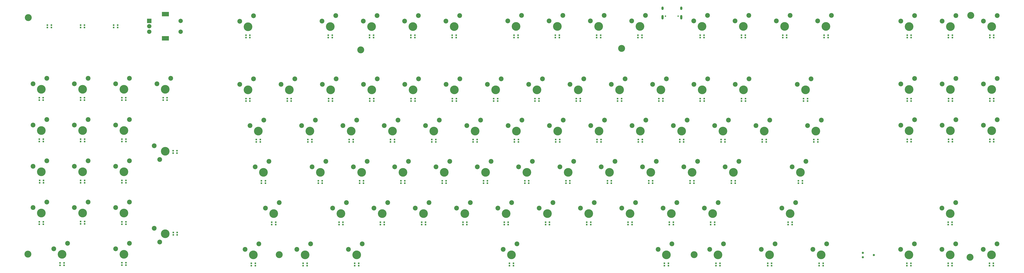
<source format=gbr>
%TF.GenerationSoftware,KiCad,Pcbnew,8.0.1-8.0.1-1~ubuntu22.04.1*%
%TF.CreationDate,2024-03-21T20:32:24+01:00*%
%TF.ProjectId,keyboard_pcb,6b657962-6f61-4726-945f-7063622e6b69,rev?*%
%TF.SameCoordinates,Original*%
%TF.FileFunction,Soldermask,Top*%
%TF.FilePolarity,Negative*%
%FSLAX46Y46*%
G04 Gerber Fmt 4.6, Leading zero omitted, Abs format (unit mm)*
G04 Created by KiCad (PCBNEW 8.0.1-8.0.1-1~ubuntu22.04.1) date 2024-03-21 20:32:24*
%MOMM*%
%LPD*%
G01*
G04 APERTURE LIST*
%ADD10C,3.200000*%
%ADD11C,4.000000*%
%ADD12C,2.200000*%
%ADD13R,0.700000X0.700000*%
%ADD14R,2.000000X2.000000*%
%ADD15C,2.000000*%
%ADD16R,3.200000X2.000000*%
%ADD17C,0.990600*%
%ADD18C,0.650000*%
%ADD19O,1.000000X1.600000*%
%ADD20O,1.000000X2.100000*%
G04 APERTURE END LIST*
D10*
%TO.C,H5*%
X510100000Y-198850000D03*
%TD*%
D11*
%TO.C,pad4*%
X81785000Y-159430000D03*
D12*
X84325000Y-154350000D03*
X77975000Y-156890000D03*
%TD*%
D13*
%TO.C,D97*%
X380945000Y-163580000D03*
X380945000Y-164680000D03*
X382775000Y-164680000D03*
X382775000Y-163580000D03*
%TD*%
%TO.C,D101*%
X202495000Y-201680000D03*
X202495000Y-202780000D03*
X204325000Y-202780000D03*
X204325000Y-201680000D03*
%TD*%
%TO.C,D78*%
X376195000Y-144530000D03*
X376195000Y-145630000D03*
X378025000Y-145630000D03*
X378025000Y-144530000D03*
%TD*%
%TO.C,D26*%
X323695000Y-163580000D03*
X323695000Y-164680000D03*
X325525000Y-164680000D03*
X325525000Y-163580000D03*
%TD*%
D11*
%TO.C,B1*%
X296160000Y-178730000D03*
D12*
X298700000Y-173650000D03*
X292350000Y-176190000D03*
%TD*%
D10*
%TO.C,H4*%
X191450000Y-197700000D03*
%TD*%
D11*
%TO.C,tab1*%
X181810000Y-140630000D03*
D12*
X184350000Y-135550000D03*
X178000000Y-138090000D03*
%TD*%
D13*
%TO.C,D87*%
X395245000Y-144530000D03*
X395245000Y-145630000D03*
X397075000Y-145630000D03*
X397075000Y-144530000D03*
%TD*%
%TO.C,D68*%
X118955000Y-201430000D03*
X118955000Y-202530000D03*
X120785000Y-202530000D03*
X120785000Y-201430000D03*
%TD*%
D11*
%TO.C,numK7*%
X310360000Y-121580000D03*
D12*
X312900000Y-116500000D03*
X306550000Y-119040000D03*
%TD*%
D11*
%TO.C,T1*%
X281810000Y-140630000D03*
D12*
X284350000Y-135550000D03*
X278000000Y-138090000D03*
%TD*%
D11*
%TO.C,space1*%
X298610000Y-197780000D03*
D12*
X301150000Y-192700000D03*
X294800000Y-195240000D03*
%TD*%
D13*
%TO.C,D104*%
X369145000Y-201680000D03*
X369145000Y-202780000D03*
X370975000Y-202780000D03*
X370975000Y-201680000D03*
%TD*%
%TO.C,D32*%
X80855000Y-182480000D03*
X80855000Y-183580000D03*
X82685000Y-183580000D03*
X82685000Y-182480000D03*
%TD*%
D11*
%TO.C,F8*%
X357870000Y-92260000D03*
D12*
X360410000Y-87180000D03*
X354060000Y-89720000D03*
%TD*%
D13*
%TO.C,D106*%
X416745000Y-201680000D03*
X416745000Y-202780000D03*
X418575000Y-202780000D03*
X418575000Y-201680000D03*
%TD*%
%TO.C,D3*%
X433295000Y-125580000D03*
X433295000Y-126680000D03*
X435125000Y-126680000D03*
X435125000Y-125580000D03*
%TD*%
D11*
%TO.C,F3*%
X253110000Y-92380000D03*
D12*
X255650000Y-87300000D03*
X249300000Y-89840000D03*
%TD*%
D13*
%TO.C,D7*%
X438045000Y-144530000D03*
X438045000Y-145630000D03*
X439875000Y-145630000D03*
X439875000Y-144530000D03*
%TD*%
D11*
%TO.C,plus1*%
X405610000Y-121580000D03*
D12*
X408150000Y-116500000D03*
X401800000Y-119040000D03*
%TD*%
D13*
%TO.C,D79*%
X430945000Y-163580000D03*
X430945000Y-164680000D03*
X432775000Y-164680000D03*
X432775000Y-163580000D03*
%TD*%
D11*
%TO.C,super_right1*%
X393860000Y-197780000D03*
D12*
X396400000Y-192700000D03*
X390050000Y-195240000D03*
%TD*%
D11*
%TO.C,pad9*%
X119885000Y-140380000D03*
D12*
X122425000Y-135300000D03*
X116075000Y-137840000D03*
%TD*%
D11*
%TO.C,keyN1*%
X315210000Y-178730000D03*
D12*
X317750000Y-173650000D03*
X311400000Y-176190000D03*
%TD*%
D13*
%TO.C,D93*%
X233245000Y-125580000D03*
X233245000Y-126680000D03*
X235075000Y-126680000D03*
X235075000Y-125580000D03*
%TD*%
%TO.C,D48*%
X328495000Y-125580000D03*
X328495000Y-126680000D03*
X330325000Y-126680000D03*
X330325000Y-125580000D03*
%TD*%
D11*
%TO.C,page_up1*%
X520095000Y-121380000D03*
D12*
X522635000Y-116300000D03*
X516285000Y-118840000D03*
%TD*%
D11*
%TO.C,keyP1*%
X377110000Y-140630000D03*
D12*
X379650000Y-135550000D03*
X373300000Y-138090000D03*
%TD*%
D13*
%TO.C,D56*%
X500095000Y-96330000D03*
X500095000Y-97430000D03*
X501925000Y-97430000D03*
X501925000Y-96330000D03*
%TD*%
%TO.C,D5*%
X118955000Y-163380000D03*
X118955000Y-164480000D03*
X120785000Y-164480000D03*
X120785000Y-163380000D03*
%TD*%
D11*
%TO.C,numK3*%
X234160000Y-121580000D03*
D12*
X236700000Y-116500000D03*
X230350000Y-119040000D03*
%TD*%
D11*
%TO.C,numK10_zero1*%
X367510000Y-121580000D03*
D12*
X370050000Y-116500000D03*
X363700000Y-119040000D03*
%TD*%
D11*
%TO.C,backspace1*%
X434185000Y-121580000D03*
D12*
X436725000Y-116500000D03*
X430375000Y-119040000D03*
%TD*%
D11*
%TO.C,home1*%
X501045000Y-121380000D03*
D12*
X503585000Y-116300000D03*
X497235000Y-118840000D03*
%TD*%
D11*
%TO.C,pad_minus1*%
X138935000Y-121330000D03*
D12*
X141475000Y-116250000D03*
X135125000Y-118790000D03*
%TD*%
D11*
%TO.C,shift1*%
X188960000Y-178730000D03*
D12*
X191500000Y-173650000D03*
X185150000Y-176190000D03*
%TD*%
D11*
%TO.C,numK5*%
X272260000Y-121580000D03*
D12*
X274800000Y-116500000D03*
X268450000Y-119040000D03*
%TD*%
D13*
%TO.C,D92*%
X481095000Y-125580000D03*
X481095000Y-126680000D03*
X482925000Y-126680000D03*
X482925000Y-125580000D03*
%TD*%
%TO.C,D27*%
X257145000Y-182680000D03*
X257145000Y-183780000D03*
X258975000Y-183780000D03*
X258975000Y-182680000D03*
%TD*%
%TO.C,D28*%
X176145000Y-96330000D03*
X176145000Y-97430000D03*
X177975000Y-97430000D03*
X177975000Y-96330000D03*
%TD*%
D11*
%TO.C,W1*%
X224660000Y-140630000D03*
D12*
X227200000Y-135550000D03*
X220850000Y-138090000D03*
%TD*%
D13*
%TO.C,D95*%
X204695000Y-144530000D03*
X204695000Y-145630000D03*
X206525000Y-145630000D03*
X206525000Y-144530000D03*
%TD*%
D11*
%TO.C,keyD1*%
X248510000Y-159680000D03*
D12*
X251050000Y-154600000D03*
X244700000Y-157140000D03*
%TD*%
D13*
%TO.C,D75*%
X271345000Y-125580000D03*
X271345000Y-126680000D03*
X273175000Y-126680000D03*
X273175000Y-125580000D03*
%TD*%
%TO.C,D96*%
X414245000Y-144530000D03*
X414245000Y-145630000D03*
X416075000Y-145630000D03*
X416075000Y-144530000D03*
%TD*%
D11*
%TO.C,L1*%
X362810000Y-159680000D03*
D12*
X365350000Y-154600000D03*
X359000000Y-157140000D03*
%TD*%
D13*
%TO.C,D44*%
X285695000Y-163580000D03*
X285695000Y-164680000D03*
X287525000Y-164680000D03*
X287525000Y-163580000D03*
%TD*%
D11*
%TO.C,insert1*%
X481995000Y-121380000D03*
D12*
X484535000Y-116300000D03*
X478185000Y-118840000D03*
%TD*%
D11*
%TO.C,F11*%
X424610000Y-92230000D03*
D12*
X427150000Y-87150000D03*
X420800000Y-89690000D03*
%TD*%
D11*
%TO.C,F9*%
X386510000Y-92230000D03*
D12*
X389050000Y-87150000D03*
X382700000Y-89690000D03*
%TD*%
D13*
%TO.C,D86*%
X180895000Y-144530000D03*
X180895000Y-145630000D03*
X182725000Y-145630000D03*
X182725000Y-144530000D03*
%TD*%
%TO.C,D81*%
X371395000Y-182680000D03*
X371395000Y-183780000D03*
X373225000Y-183780000D03*
X373225000Y-182680000D03*
%TD*%
%TO.C,D50*%
X118955000Y-182480000D03*
X118955000Y-183580000D03*
X120785000Y-183580000D03*
X120785000Y-182480000D03*
%TD*%
%TO.C,D84*%
X252295000Y-125580000D03*
X252295000Y-126680000D03*
X254125000Y-126680000D03*
X254125000Y-125580000D03*
%TD*%
D11*
%TO.C,keyX1*%
X239010000Y-178730000D03*
D12*
X241550000Y-173650000D03*
X235200000Y-176190000D03*
%TD*%
D13*
%TO.C,D6*%
X223745000Y-144530000D03*
X223745000Y-145630000D03*
X225575000Y-145630000D03*
X225575000Y-144530000D03*
%TD*%
D11*
%TO.C,control_left1*%
X179560000Y-197780000D03*
D12*
X182100000Y-192700000D03*
X175750000Y-195240000D03*
%TD*%
D13*
%TO.C,D11*%
X385595000Y-96330000D03*
X385595000Y-97430000D03*
X387425000Y-97430000D03*
X387425000Y-96330000D03*
%TD*%
D11*
%TO.C,alt_left1*%
X227210000Y-197780000D03*
D12*
X229750000Y-192700000D03*
X223400000Y-195240000D03*
%TD*%
D13*
%TO.C,D45*%
X295245000Y-182680000D03*
X295245000Y-183780000D03*
X297075000Y-183780000D03*
X297075000Y-182680000D03*
%TD*%
%TO.C,D76*%
X99905000Y-144330000D03*
X99905000Y-145430000D03*
X101735000Y-145430000D03*
X101735000Y-144330000D03*
%TD*%
D11*
%TO.C,pad8*%
X100835000Y-140380000D03*
D12*
X103375000Y-135300000D03*
X97025000Y-137840000D03*
%TD*%
D11*
%TO.C,super_left1*%
X203410000Y-197780000D03*
D12*
X205950000Y-192700000D03*
X199600000Y-195240000D03*
%TD*%
D13*
%TO.C,D67*%
X80855000Y-144330000D03*
X80855000Y-145430000D03*
X82685000Y-145430000D03*
X82685000Y-144330000D03*
%TD*%
D11*
%TO.C,keyJ2*%
X324710000Y-159680000D03*
D12*
X327250000Y-154600000D03*
X320900000Y-157140000D03*
%TD*%
D11*
%TO.C,F7*%
X338820000Y-92260000D03*
D12*
X341360000Y-87180000D03*
X335010000Y-89720000D03*
%TD*%
D13*
%TO.C,D13*%
X347545000Y-125580000D03*
X347545000Y-126680000D03*
X349375000Y-126680000D03*
X349375000Y-125580000D03*
%TD*%
%TO.C,D89*%
X183295000Y-163580000D03*
X183295000Y-164680000D03*
X185125000Y-164680000D03*
X185125000Y-163580000D03*
%TD*%
%TO.C,D23*%
X80955000Y-163380000D03*
X80955000Y-164480000D03*
X82785000Y-164480000D03*
X82785000Y-163380000D03*
%TD*%
D11*
%TO.C,O1*%
X358010000Y-140630000D03*
D12*
X360550000Y-135550000D03*
X354200000Y-138090000D03*
%TD*%
D11*
%TO.C,backslash1*%
X438960000Y-140630000D03*
D12*
X441500000Y-135550000D03*
X435150000Y-138090000D03*
%TD*%
D13*
%TO.C,D42*%
X299945000Y-144530000D03*
X299945000Y-145630000D03*
X301775000Y-145630000D03*
X301775000Y-144530000D03*
%TD*%
%TO.C,D52*%
X519045000Y-201680000D03*
X519045000Y-202780000D03*
X520875000Y-202780000D03*
X520875000Y-201680000D03*
%TD*%
D11*
%TO.C,quote1*%
X400910000Y-159680000D03*
D12*
X403450000Y-154600000D03*
X397100000Y-157140000D03*
%TD*%
D11*
%TO.C,keyU5*%
X319910000Y-140630000D03*
D12*
X322450000Y-135550000D03*
X316100000Y-138090000D03*
%TD*%
D13*
%TO.C,D64*%
X271245000Y-96330000D03*
X271245000Y-97430000D03*
X273075000Y-97430000D03*
X273075000Y-96330000D03*
%TD*%
%TO.C,D31*%
X137955000Y-125230000D03*
X137955000Y-126330000D03*
X139785000Y-126330000D03*
X139785000Y-125230000D03*
%TD*%
%TO.C,D105*%
X392945000Y-201680000D03*
X392945000Y-202780000D03*
X394775000Y-202780000D03*
X394775000Y-201680000D03*
%TD*%
%TO.C,D15*%
X242795000Y-144530000D03*
X242795000Y-145630000D03*
X244625000Y-145630000D03*
X244625000Y-144530000D03*
%TD*%
D11*
%TO.C,A1*%
X210410000Y-159680000D03*
D12*
X212950000Y-154600000D03*
X206600000Y-157140000D03*
%TD*%
D13*
%TO.C,D22*%
X176145000Y-125580000D03*
X176145000Y-126680000D03*
X177975000Y-126680000D03*
X177975000Y-125580000D03*
%TD*%
%TO.C,D85*%
X118955000Y-144330000D03*
X118955000Y-145430000D03*
X120785000Y-145430000D03*
X120785000Y-144330000D03*
%TD*%
D11*
%TO.C,keyF1*%
X267560000Y-159680000D03*
D12*
X270100000Y-154600000D03*
X263750000Y-157140000D03*
%TD*%
D13*
%TO.C,D40*%
X118905000Y-125230000D03*
X118905000Y-126330000D03*
X120735000Y-126330000D03*
X120735000Y-125230000D03*
%TD*%
%TO.C,D38*%
X442795000Y-96330000D03*
X442795000Y-97430000D03*
X444625000Y-97430000D03*
X444625000Y-96330000D03*
%TD*%
D10*
%TO.C,H7*%
X75550000Y-197450000D03*
%TD*%
D11*
%TO.C,F4*%
X272160000Y-92380000D03*
D12*
X274700000Y-87300000D03*
X268350000Y-89840000D03*
%TD*%
D13*
%TO.C,D73*%
X299795000Y-96330000D03*
X299795000Y-97430000D03*
X301625000Y-97430000D03*
X301625000Y-96330000D03*
%TD*%
%TO.C,D77*%
X90405000Y-201480000D03*
X90405000Y-202580000D03*
X92235000Y-202580000D03*
X92235000Y-201480000D03*
%TD*%
%TO.C,D43*%
X499995000Y-182680000D03*
X499995000Y-183780000D03*
X501825000Y-183780000D03*
X501825000Y-182680000D03*
%TD*%
%TO.C,D63*%
X333295000Y-182680000D03*
X333295000Y-183780000D03*
X335125000Y-183780000D03*
X335125000Y-182680000D03*
%TD*%
D11*
%TO.C,down1*%
X500910000Y-197730000D03*
D12*
X503450000Y-192650000D03*
X497100000Y-195190000D03*
%TD*%
D11*
%TO.C,pad2*%
X100835000Y-178480000D03*
D12*
X103375000Y-173400000D03*
X97025000Y-175940000D03*
%TD*%
D13*
%TO.C,D36*%
X276195000Y-182680000D03*
X276195000Y-183780000D03*
X278025000Y-183780000D03*
X278025000Y-182680000D03*
%TD*%
D10*
%TO.C,H2*%
X229100000Y-103100000D03*
%TD*%
D11*
%TO.C,caps1*%
X184210000Y-159680000D03*
D12*
X186750000Y-154600000D03*
X180400000Y-157140000D03*
%TD*%
D13*
%TO.C,D98*%
X188045000Y-182680000D03*
X188045000Y-183780000D03*
X189875000Y-183780000D03*
X189875000Y-182680000D03*
%TD*%
%TO.C,D29*%
X423695000Y-96330000D03*
X423695000Y-97430000D03*
X425525000Y-97430000D03*
X425525000Y-96330000D03*
%TD*%
D11*
%TO.C,keyM1*%
X334210000Y-178730000D03*
D12*
X336750000Y-173650000D03*
X330400000Y-176190000D03*
%TD*%
D11*
%TO.C,up1*%
X500910000Y-178680000D03*
D12*
X503450000Y-173600000D03*
X497100000Y-176140000D03*
%TD*%
D13*
%TO.C,D70*%
X480995000Y-201680000D03*
X480995000Y-202780000D03*
X482825000Y-202780000D03*
X482825000Y-201680000D03*
%TD*%
D11*
%TO.C,sq_br_close1*%
X415160000Y-140630000D03*
D12*
X417700000Y-135550000D03*
X411350000Y-138090000D03*
%TD*%
D13*
%TO.C,D20*%
X404645000Y-96330000D03*
X404645000Y-97430000D03*
X406475000Y-97430000D03*
X406475000Y-96330000D03*
%TD*%
D11*
%TO.C,pad_div1*%
X100835000Y-121330000D03*
D12*
X103375000Y-116250000D03*
X97025000Y-118790000D03*
%TD*%
D13*
%TO.C,D14*%
X99905000Y-163380000D03*
X99905000Y-164480000D03*
X101735000Y-164480000D03*
X101735000Y-163380000D03*
%TD*%
D11*
%TO.C,scroll1*%
X500995000Y-92380000D03*
D12*
X503535000Y-87300000D03*
X497185000Y-89840000D03*
%TD*%
D13*
%TO.C,D59*%
X142605000Y-187430000D03*
X142605000Y-188530000D03*
X144435000Y-188530000D03*
X144435000Y-187430000D03*
%TD*%
D11*
%TO.C,numK6*%
X291310000Y-121580000D03*
D12*
X293850000Y-116500000D03*
X287500000Y-119040000D03*
%TD*%
D13*
%TO.C,D24*%
X261845000Y-144530000D03*
X261845000Y-145630000D03*
X263675000Y-145630000D03*
X263675000Y-144530000D03*
%TD*%
D11*
%TO.C,G1*%
X286610000Y-159680000D03*
D12*
X289150000Y-154600000D03*
X282800000Y-157140000D03*
%TD*%
D13*
%TO.C,D1*%
X84555000Y-91630000D03*
X84555000Y-92730000D03*
X86385000Y-92730000D03*
X86385000Y-91630000D03*
%TD*%
%TO.C,D53*%
X266645000Y-163580000D03*
X266645000Y-164680000D03*
X268475000Y-164680000D03*
X268475000Y-163580000D03*
%TD*%
D11*
%TO.C,right_shift1*%
X427110000Y-178730000D03*
D12*
X429650000Y-173650000D03*
X423300000Y-176190000D03*
%TD*%
D11*
%TO.C,pad3*%
X119885000Y-178480000D03*
D12*
X122425000Y-173400000D03*
X116075000Y-175940000D03*
%TD*%
D11*
%TO.C,pad6*%
X119885000Y-159430000D03*
D12*
X122425000Y-154350000D03*
X116075000Y-156890000D03*
%TD*%
D11*
%TO.C,ESC1*%
X177060000Y-92430000D03*
D12*
X179600000Y-87350000D03*
X173250000Y-89890000D03*
%TD*%
D11*
%TO.C,R1*%
X262760000Y-140630000D03*
D12*
X265300000Y-135550000D03*
X258950000Y-138090000D03*
%TD*%
D13*
%TO.C,D82*%
X318845000Y-96330000D03*
X318845000Y-97430000D03*
X320675000Y-97430000D03*
X320675000Y-96330000D03*
%TD*%
D11*
%TO.C,end1*%
X501045000Y-140430000D03*
D12*
X503585000Y-135350000D03*
X497235000Y-137890000D03*
%TD*%
D11*
%TO.C,slash1*%
X391360000Y-178730000D03*
D12*
X393900000Y-173650000D03*
X387550000Y-176190000D03*
%TD*%
D11*
%TO.C,semicolon1*%
X381860000Y-159680000D03*
D12*
X384400000Y-154600000D03*
X378050000Y-157140000D03*
%TD*%
D11*
%TO.C,numK8*%
X329410000Y-121580000D03*
D12*
X331950000Y-116500000D03*
X325600000Y-119040000D03*
%TD*%
D13*
%TO.C,D4*%
X214245000Y-125580000D03*
X214245000Y-126680000D03*
X216075000Y-126680000D03*
X216075000Y-125580000D03*
%TD*%
%TO.C,D99*%
X426195000Y-182680000D03*
X426195000Y-183780000D03*
X428025000Y-183780000D03*
X428025000Y-182680000D03*
%TD*%
D11*
%TO.C,F10*%
X405560000Y-92230000D03*
D12*
X408100000Y-87150000D03*
X401750000Y-89690000D03*
%TD*%
D13*
%TO.C,D51*%
X318995000Y-144530000D03*
X318995000Y-145630000D03*
X320825000Y-145630000D03*
X320825000Y-144530000D03*
%TD*%
%TO.C,D12*%
X404695000Y-125580000D03*
X404695000Y-126680000D03*
X406525000Y-126680000D03*
X406525000Y-125580000D03*
%TD*%
%TO.C,D62*%
X247595000Y-163580000D03*
X247595000Y-164680000D03*
X249425000Y-164680000D03*
X249425000Y-163580000D03*
%TD*%
%TO.C,D10*%
X99855000Y-91630000D03*
X99855000Y-92730000D03*
X101685000Y-92730000D03*
X101685000Y-91630000D03*
%TD*%
%TO.C,D54*%
X314295000Y-182680000D03*
X314295000Y-183780000D03*
X316125000Y-183780000D03*
X316125000Y-182680000D03*
%TD*%
%TO.C,D61*%
X499995000Y-201680000D03*
X499995000Y-202780000D03*
X501825000Y-202780000D03*
X501825000Y-201680000D03*
%TD*%
D11*
%TO.C,right1*%
X519960000Y-197730000D03*
D12*
X522500000Y-192650000D03*
X516150000Y-195190000D03*
%TD*%
D11*
%TO.C,keyC1*%
X258060000Y-178730000D03*
D12*
X260600000Y-173650000D03*
X254250000Y-176190000D03*
%TD*%
D11*
%TO.C,V1*%
X277110000Y-178730000D03*
D12*
X279650000Y-173650000D03*
X273300000Y-176190000D03*
%TD*%
D13*
%TO.C,D41*%
X99905000Y-182380000D03*
X99905000Y-183480000D03*
X101735000Y-183480000D03*
X101735000Y-182380000D03*
%TD*%
D11*
%TO.C,pad1*%
X81785000Y-178480000D03*
D12*
X84325000Y-173400000D03*
X77975000Y-175940000D03*
%TD*%
D13*
%TO.C,D107*%
X440495000Y-201680000D03*
X440495000Y-202780000D03*
X442325000Y-202780000D03*
X442325000Y-201680000D03*
%TD*%
D11*
%TO.C,pause1*%
X520095000Y-92380000D03*
D12*
X522635000Y-87300000D03*
X516285000Y-89840000D03*
%TD*%
D13*
%TO.C,D2*%
X356945000Y-96330000D03*
X356945000Y-97430000D03*
X358775000Y-97430000D03*
X358775000Y-96330000D03*
%TD*%
D11*
%TO.C,tilde1*%
X177060000Y-121580000D03*
D12*
X179600000Y-116500000D03*
X173250000Y-119040000D03*
%TD*%
D13*
%TO.C,D100*%
X178645000Y-201680000D03*
X178645000Y-202780000D03*
X180475000Y-202780000D03*
X180475000Y-201680000D03*
%TD*%
%TO.C,D8*%
X361895000Y-163580000D03*
X361895000Y-164680000D03*
X363725000Y-164680000D03*
X363725000Y-163580000D03*
%TD*%
D11*
%TO.C,pad_enter1*%
X138935000Y-187980000D03*
D12*
X133855000Y-185440000D03*
X136395000Y-191790000D03*
%TD*%
D11*
%TO.C,enter1*%
X431860000Y-159680000D03*
D12*
X434400000Y-154600000D03*
X428050000Y-157140000D03*
%TD*%
D11*
%TO.C,keyY1*%
X300860000Y-140630000D03*
D12*
X303400000Y-135550000D03*
X297050000Y-138090000D03*
%TD*%
D11*
%TO.C,pad5*%
X100835000Y-159430000D03*
D12*
X103375000Y-154350000D03*
X97025000Y-156890000D03*
%TD*%
D11*
%TO.C,pad_mult1*%
X119885000Y-121330000D03*
D12*
X122425000Y-116250000D03*
X116075000Y-118790000D03*
%TD*%
D13*
%TO.C,D18*%
X238095000Y-182680000D03*
X238095000Y-183780000D03*
X239925000Y-183780000D03*
X239925000Y-182680000D03*
%TD*%
%TO.C,D74*%
X519195000Y-125580000D03*
X519195000Y-126680000D03*
X521025000Y-126680000D03*
X521025000Y-125580000D03*
%TD*%
D11*
%TO.C,sq_br_open1*%
X396160000Y-140630000D03*
D12*
X398700000Y-135550000D03*
X392350000Y-138090000D03*
%TD*%
D11*
%TO.C,F2*%
X234060000Y-92380000D03*
D12*
X236600000Y-87300000D03*
X230250000Y-89840000D03*
%TD*%
D14*
%TO.C,SW1*%
X131520000Y-89680000D03*
D15*
X131520000Y-94680000D03*
X131520000Y-92180000D03*
D16*
X139020000Y-86580000D03*
X139020000Y-97780000D03*
D15*
X146020000Y-94680000D03*
X146020000Y-89680000D03*
%TD*%
D11*
%TO.C,comma1*%
X353260000Y-178730000D03*
D12*
X355800000Y-173650000D03*
X349450000Y-176190000D03*
%TD*%
D13*
%TO.C,D94*%
X142505000Y-149630000D03*
X142505000Y-150730000D03*
X144335000Y-150730000D03*
X144335000Y-149630000D03*
%TD*%
D11*
%TO.C,dot1*%
X372310000Y-178730000D03*
D12*
X374850000Y-173650000D03*
X368500000Y-176190000D03*
%TD*%
D11*
%TO.C,keyE1*%
X243710000Y-140630000D03*
D12*
X246250000Y-135550000D03*
X239900000Y-138090000D03*
%TD*%
D11*
%TO.C,keyH1*%
X305660000Y-159680000D03*
D12*
X308200000Y-154600000D03*
X301850000Y-157140000D03*
%TD*%
D11*
%TO.C,pad7*%
X81785000Y-140380000D03*
D12*
X84325000Y-135300000D03*
X77975000Y-137840000D03*
%TD*%
D13*
%TO.C,D102*%
X226295000Y-201680000D03*
X226295000Y-202780000D03*
X228125000Y-202780000D03*
X228125000Y-201680000D03*
%TD*%
D10*
%TO.C,H3*%
X510450000Y-87150000D03*
%TD*%
D13*
%TO.C,D90*%
X390445000Y-182680000D03*
X390445000Y-183780000D03*
X392275000Y-183780000D03*
X392275000Y-182680000D03*
%TD*%
%TO.C,D57*%
X309445000Y-125580000D03*
X309445000Y-126680000D03*
X311275000Y-126680000D03*
X311275000Y-125580000D03*
%TD*%
%TO.C,D66*%
X290395000Y-125580000D03*
X290395000Y-126680000D03*
X292225000Y-126680000D03*
X292225000Y-125580000D03*
%TD*%
%TO.C,D33*%
X280895000Y-144530000D03*
X280895000Y-145630000D03*
X282725000Y-145630000D03*
X282725000Y-144530000D03*
%TD*%
%TO.C,D65*%
X519195000Y-96330000D03*
X519195000Y-97430000D03*
X521025000Y-97430000D03*
X521025000Y-96330000D03*
%TD*%
D11*
%TO.C,keyK1*%
X343760000Y-159680000D03*
D12*
X346300000Y-154600000D03*
X339950000Y-157140000D03*
%TD*%
D11*
%TO.C,left1*%
X481910000Y-197730000D03*
D12*
X484450000Y-192650000D03*
X478100000Y-195190000D03*
%TD*%
D11*
%TO.C,F12*%
X443660000Y-92230000D03*
D12*
X446200000Y-87150000D03*
X439850000Y-89690000D03*
%TD*%
D13*
%TO.C,D80*%
X209495000Y-163580000D03*
X209495000Y-164680000D03*
X211325000Y-164680000D03*
X211325000Y-163580000D03*
%TD*%
D11*
%TO.C,Z1*%
X219960000Y-178730000D03*
D12*
X222500000Y-173650000D03*
X216150000Y-176190000D03*
%TD*%
D11*
%TO.C,F1*%
X215010000Y-92380000D03*
D12*
X217550000Y-87300000D03*
X211200000Y-89840000D03*
%TD*%
D11*
%TO.C,function_right1*%
X417660000Y-197780000D03*
D12*
X420200000Y-192700000D03*
X413850000Y-195240000D03*
%TD*%
D13*
%TO.C,D55*%
X252195000Y-96330000D03*
X252195000Y-97430000D03*
X254025000Y-97430000D03*
X254025000Y-96330000D03*
%TD*%
%TO.C,D16*%
X481095000Y-144380000D03*
X481095000Y-145480000D03*
X482925000Y-145480000D03*
X482925000Y-144380000D03*
%TD*%
%TO.C,D69*%
X357095000Y-144530000D03*
X357095000Y-145630000D03*
X358925000Y-145630000D03*
X358925000Y-144530000D03*
%TD*%
D11*
%TO.C,numK2*%
X215160000Y-121580000D03*
D12*
X217700000Y-116500000D03*
X211350000Y-119040000D03*
%TD*%
D13*
%TO.C,D60*%
X338045000Y-144530000D03*
X338045000Y-145630000D03*
X339875000Y-145630000D03*
X339875000Y-144530000D03*
%TD*%
D10*
%TO.C,H8*%
X382850000Y-197650000D03*
%TD*%
D13*
%TO.C,D49*%
X99855000Y-125230000D03*
X99855000Y-126330000D03*
X101685000Y-126330000D03*
X101685000Y-125230000D03*
%TD*%
%TO.C,D103*%
X297695000Y-201680000D03*
X297695000Y-202780000D03*
X299525000Y-202780000D03*
X299525000Y-201680000D03*
%TD*%
D11*
%TO.C,F5*%
X300720000Y-92260000D03*
D12*
X303260000Y-87180000D03*
X296910000Y-89720000D03*
%TD*%
D11*
%TO.C,I1*%
X338960000Y-140630000D03*
D12*
X341500000Y-135550000D03*
X335150000Y-138090000D03*
%TD*%
D11*
%TO.C,pad_plus1*%
X138935000Y-149930000D03*
D12*
X133855000Y-147390000D03*
X136395000Y-153740000D03*
%TD*%
D13*
%TO.C,D83*%
X500145000Y-125580000D03*
X500145000Y-126680000D03*
X501975000Y-126680000D03*
X501975000Y-125580000D03*
%TD*%
%TO.C,D35*%
X304745000Y-163580000D03*
X304745000Y-164680000D03*
X306575000Y-164680000D03*
X306575000Y-163580000D03*
%TD*%
D10*
%TO.C,H6*%
X349350000Y-102450000D03*
%TD*%
D11*
%TO.C,Q1*%
X205610000Y-140630000D03*
D12*
X208150000Y-135550000D03*
X201800000Y-138090000D03*
%TD*%
D13*
%TO.C,D72*%
X352345000Y-182680000D03*
X352345000Y-183780000D03*
X354175000Y-183780000D03*
X354175000Y-182680000D03*
%TD*%
%TO.C,D71*%
X228545000Y-163580000D03*
X228545000Y-164680000D03*
X230375000Y-164680000D03*
X230375000Y-163580000D03*
%TD*%
D11*
%TO.C,F6*%
X319770000Y-92260000D03*
D12*
X322310000Y-87180000D03*
X315960000Y-89720000D03*
%TD*%
D11*
%TO.C,S1*%
X229460000Y-159680000D03*
D12*
X232000000Y-154600000D03*
X225650000Y-157140000D03*
%TD*%
D13*
%TO.C,D88*%
X399995000Y-163580000D03*
X399995000Y-164680000D03*
X401825000Y-164680000D03*
X401825000Y-163580000D03*
%TD*%
D11*
%TO.C,delete1*%
X481995000Y-140430000D03*
D12*
X484535000Y-135350000D03*
X478185000Y-137890000D03*
%TD*%
D13*
%TO.C,D58*%
X80805000Y-125230000D03*
X80805000Y-126330000D03*
X82635000Y-126330000D03*
X82635000Y-125230000D03*
%TD*%
D11*
%TO.C,control_right1*%
X441420000Y-197760000D03*
D12*
X443960000Y-192680000D03*
X437610000Y-195220000D03*
%TD*%
D11*
%TO.C,pad_numlock1*%
X81785000Y-121330000D03*
D12*
X84325000Y-116250000D03*
X77975000Y-118790000D03*
%TD*%
D13*
%TO.C,D39*%
X195195000Y-125580000D03*
X195195000Y-126680000D03*
X197025000Y-126680000D03*
X197025000Y-125580000D03*
%TD*%
D11*
%TO.C,page_down1*%
X520095000Y-140430000D03*
D12*
X522635000Y-135350000D03*
X516285000Y-137890000D03*
%TD*%
D13*
%TO.C,D19*%
X115105000Y-91630000D03*
X115105000Y-92730000D03*
X116935000Y-92730000D03*
X116935000Y-91630000D03*
%TD*%
%TO.C,D37*%
X214095000Y-96330000D03*
X214095000Y-97430000D03*
X215925000Y-97430000D03*
X215925000Y-96330000D03*
%TD*%
D11*
%TO.C,print1*%
X481995000Y-92380000D03*
D12*
X484535000Y-87300000D03*
X478185000Y-89840000D03*
%TD*%
D11*
%TO.C,numK9*%
X348460000Y-121580000D03*
D12*
X351000000Y-116500000D03*
X344650000Y-119040000D03*
%TD*%
D13*
%TO.C,D46*%
X233145000Y-96330000D03*
X233145000Y-97430000D03*
X234975000Y-97430000D03*
X234975000Y-96330000D03*
%TD*%
%TO.C,D30*%
X366595000Y-125580000D03*
X366595000Y-126680000D03*
X368425000Y-126680000D03*
X368425000Y-125580000D03*
%TD*%
D11*
%TO.C,minus1*%
X386560000Y-121580000D03*
D12*
X389100000Y-116500000D03*
X382750000Y-119040000D03*
%TD*%
D11*
%TO.C,numK1*%
X196110000Y-121580000D03*
D12*
X198650000Y-116500000D03*
X192300000Y-119040000D03*
%TD*%
D13*
%TO.C,D21*%
X385645000Y-125580000D03*
X385645000Y-126680000D03*
X387475000Y-126680000D03*
X387475000Y-125580000D03*
%TD*%
D11*
%TO.C,pad_comma1*%
X119885000Y-197530000D03*
D12*
X122425000Y-192450000D03*
X116075000Y-194990000D03*
%TD*%
D11*
%TO.C,pad0*%
X91320000Y-197530000D03*
D12*
X93860000Y-192450000D03*
X87510000Y-194990000D03*
%TD*%
D13*
%TO.C,D17*%
X342845000Y-163580000D03*
X342845000Y-164680000D03*
X344675000Y-164680000D03*
X344675000Y-163580000D03*
%TD*%
D10*
%TO.C,H1*%
X75750000Y-88150000D03*
%TD*%
D13*
%TO.C,D25*%
X500145000Y-144380000D03*
X500145000Y-145480000D03*
X501975000Y-145480000D03*
X501975000Y-144380000D03*
%TD*%
%TO.C,D91*%
X337895000Y-96330000D03*
X337895000Y-97430000D03*
X339725000Y-97430000D03*
X339725000Y-96330000D03*
%TD*%
%TO.C,D34*%
X519195000Y-144380000D03*
X519195000Y-145480000D03*
X521025000Y-145480000D03*
X521025000Y-144380000D03*
%TD*%
%TO.C,D9*%
X219045000Y-182680000D03*
X219045000Y-183780000D03*
X220875000Y-183780000D03*
X220875000Y-182680000D03*
%TD*%
D11*
%TO.C,alt_right1*%
X370060000Y-197780000D03*
D12*
X372600000Y-192700000D03*
X366250000Y-195240000D03*
%TD*%
D13*
%TO.C,D47*%
X481095000Y-96330000D03*
X481095000Y-97430000D03*
X482925000Y-97430000D03*
X482925000Y-96330000D03*
%TD*%
D11*
%TO.C,numK4*%
X253210000Y-121580000D03*
D12*
X255750000Y-116500000D03*
X249400000Y-119040000D03*
%TD*%
D17*
%TO.C,J2*%
X460610001Y-198852421D03*
X460610000Y-196820421D03*
X465690001Y-197836421D03*
%TD*%
D18*
%TO.C,J1*%
X369660000Y-87500000D03*
X375440000Y-87500000D03*
D19*
X368230000Y-83850000D03*
D20*
X368230000Y-88030000D03*
D19*
X376870000Y-83850000D03*
D20*
X376870000Y-88030000D03*
%TD*%
M02*

</source>
